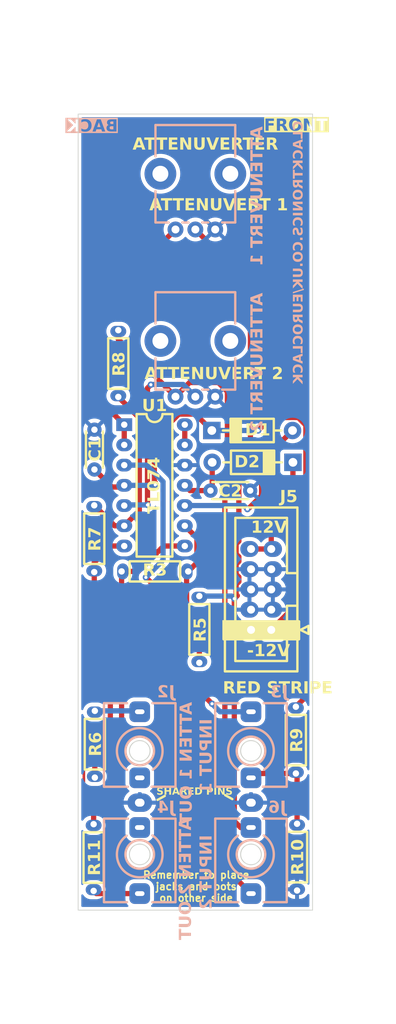
<source format=kicad_pcb>
(kicad_pcb (version 20240108) (generator "pcbnew") (generator_version "8.0")
  (layers (0 "F.Cu" signal) (31 "B.Cu" signal) (34 "B.Paste" user) (35 "F.Paste" user) (36 "B.SilkS" user "B.Silkscreen") (37 "F.SilkS" user "F.Silkscreen") (38 "B.Mask" user) (39 "F.Mask" user) (44 "Edge.Cuts" user))
  (net 0 "")
  (net 1 "+12V")
  (net 2 "Net-(D1-A)")
  (net 3 "Net-(D2-K)")
  (net 4 "-12V")
  (net 5 "GND")
  (net 7 "Net-(J2-PadT)")
  (net 8 "Net-(U1A-+)")
  (net 9 "Net-(J3-PadTN)")
  (net 10 "Net-(J4-PadT)")
  (net 12 "Net-(U1A--)")
  (net 13 "Net-(U1C--)")
  (net 14 "Net-(U1D--)")
  (net 15 "Net-(R11-Pad1)")
  (net 16 "Net-(U1B--)")
  (net 17 "Net-(U1C-+)")
  (net 18 "Net-(U1B-+)")
  (net 19 "Net-(R3-Pad2)")
  (net 20 "Net-(J6-PadT)")
  (footprint "BYOM_General:D_TH_DO-41_P10.16mm" (layer "F.Cu") (at 138.77 84.6)
    (property "Reference" "D1" (at 5.775 0 0) (layer "F.SilkS") (effects (font (size 1.5 1.5) (thickness 0.2) (bold yes))))
    (property "Value" "1N5817")
    (fp_line (start 1.4 0) (end 2.35 0) (stroke (width 0.3)) (layer "F.SilkS"))
    (fp_line (start 2.36 -1.47) (end 2.36 1.47) (stroke (width 0.3)) (layer "F.SilkS"))
    (fp_line (start 2.36 1.47) (end 7.8 1.47) (stroke (width 0.3)) (layer "F.SilkS"))
    (fp_line (start 7.8 -1.47) (end 2.36 -1.47) (stroke (width 0.3)) (layer "F.SilkS"))
    (fp_line (start 7.8 -1.47) (end 3.75 -1.5) (stroke (width 0.12)) (layer "F.SilkS"))
    (fp_line (start 7.8 0) (end 8.75 0) (stroke (width 0.3)) (layer "F.SilkS"))
    (fp_line (start 7.8 1.47) (end 7.8 -1.47) (stroke (width 0.3)) (layer "F.SilkS"))
    (fp_poly (pts (xy 2.36 -1.47) (xy 2.36 1.47) (xy 3.75 1.5) (xy 3.75 -1.5)) (stroke (width 0.1)) (fill solid) (layer "F.SilkS"))
    (pad "1" thru_hole rect (at 0 0) (size 2.2 2.2) (drill 1.1) (layers "*.Cu" "*.Mask") (net 1 "+12V"))
    (pad "2" thru_hole oval (at 10.16 0) (size 2.2 2.2) (drill 1.1) (layers "*.Cu" "*.Mask") (net 2 "Net-(D1-A)"))
  )
  (footprint "BYOM_General:IDC-Header_2x05_P2.54mm_Vertical" (layer "F.Cu") (at 146.25 109.645 180)
    (property "Reference" "J5" (at -2.2 16.67 180) (layer "F.SilkS") (effects (font (size 1.5 1.5) (thickness 0.2) (bold yes))))
    (property "Value" "Eurorack socket")
    (fp_line (start 5.83 15.37) (end -3.29 15.37) (stroke (width 0.3)) (layer "F.SilkS"))
    (fp_line (start 5.83 -5.21) (end 5.83 15.37) (stroke (width 0.3)) (layer "F.SilkS"))
    (fp_line (start 4.52 14.07) (end -1.98 14.07) (stroke (width 0.3)) (layer "F.SilkS"))
    (fp_line (start 4.52 -3.91) (end 4.52 14.07) (stroke (width 0.3)) (layer "F.SilkS"))
    (fp_line (start -1.98 14.07) (end -1.98 7.13) (stroke (width 0.3)) (layer "F.SilkS"))
    (fp_line (start -1.98 7.13) (end -1.98 7.13) (stroke (width 0.3)) (layer "F.SilkS"))
    (fp_line (start -1.98 7.13) (end -3.29 7.13) (stroke (width 0.3)) (layer "F.SilkS"))
    (fp_line (start -1.98 3.03) (end -1.98 -3.91) (stroke (width 0.3)) (layer "F.SilkS"))
    (fp_line (start -1.98 -3.91) (end 4.52 -3.91) (stroke (width 0.3)) (layer "F.SilkS"))
    (fp_line (start -3.29 15.37) (end -3.29 -5.21) (stroke (width 0.3)) (layer "F.SilkS"))
    (fp_line (start -3.29 3.03) (end -1.98 3.03) (stroke (width 0.3)) (layer "F.SilkS"))
    (fp_line (start -3.29 -5.21) (end 5.83 -5.21) (stroke (width 0.3)) (layer "F.SilkS"))
    (fp_line (start -3.68 0) (end -4.68 -0.5) (stroke (width 0.3)) (layer "F.SilkS"))
    (fp_line (start -4.68 0.5) (end -3.68 0) (stroke (width 0.3)) (layer "F.SilkS"))
    (fp_line (start -4.68 -0.5) (end -4.68 0.5) (stroke (width 0.3)) (layer "F.SilkS"))
    (pad "1" thru_hole roundrect (at 0 0 180) (size 2.3 2) (drill 1 (offset -0.2 0)) (layers "*.Cu" "*.Mask") (roundrect_rratio 0.125) (net 3 "Net-(D2-K)"))
    (pad "2" thru_hole oval (at 2.54 0 180) (size 2.3 2) (drill 1 (offset 0.2 0)) (layers "*.Cu" "*.Mask") (net 3 "Net-(D2-K)"))
    (pad "3" thru_hole oval (at 0 2.54 180) (size 2.3 2) (drill 1 (offset -0.2 0)) (layers "*.Cu" "*.Mask") (net 5 "GND"))
    (pad "4" thru_hole oval (at 2.54 2.54 180) (size 2.3 2) (drill 1 (offset 0.2 0)) (layers "*.Cu" "*.Mask") (net 5 "GND"))
    (pad "5" thru_hole oval (at 0 5.08 180) (size 2.3 2) (drill 1 (offset -0.2 0)) (layers "*.Cu" "*.Mask") (net 5 "GND"))
    (pad "6" thru_hole oval (at 2.54 5.08 180) (size 2.3 2) (drill 1 (offset 0.2 0)) (layers "*.Cu" "*.Mask") (net 5 "GND"))
    (pad "7" thru_hole oval (at 0 7.62 180) (size 2.3 2) (drill 1 (offset -0.2 0)) (layers "*.Cu" "*.Mask") (net 5 "GND"))
    (pad "8" thru_hole oval (at 2.54 7.62 180) (size 2.3 2) (drill 1 (offset 0.2 0)) (layers "*.Cu" "*.Mask") (net 5 "GND"))
    (pad "9" thru_hole oval (at 0 10.16 180) (size 2.3 2) (drill 1 (offset -0.2 0)) (layers "*.Cu" "*.Mask") (net 2 "Net-(D1-A)"))
    (pad "10" thru_hole oval (at 2.54 10.16 180) (size 2.3 2) (drill 1 (offset 0.2 0)) (layers "*.Cu" "*.Mask") (net 2 "Net-(D1-A)"))
  )
  (footprint "BYOM_General:R_Axial_DIN0204_L3.6mm_D1.6mm_P7.62mm_Horizontal" (layer "F.Cu") (at 127 72 -90)
    (property "Reference" "R8" (at 4.25 -0.15 90) (layer "F.SilkS") (effects (font (size 1.5 1.5) (thickness 0.2) (bold yes))))
    (property "Value" "100kΩ")
    (fp_line (start 1.016 1.27) (end 7.366 1.27) (stroke (width 0.3)) (layer "F.SilkS"))
    (fp_line (start 7.366 1.27) (end 7.366 -1.27) (stroke (width 0.3)) (layer "F.SilkS"))
    (fp_line (start 1.016 -1.27) (end 1.016 1.27) (stroke (width 0.3)) (layer "F.SilkS"))
    (fp_line (start 7.366 -1.27) (end 1.016 -1.27) (stroke (width 0.3)) (layer "F.SilkS"))
    (pad "1" thru_hole oval (at 0 0 270) (size 1.4 2) (drill 0.8 (offset 0.15 0)) (layers "*.Cu" "*.Mask") (net 20 "Net-(J6-PadT)"))
    (pad "2" thru_hole oval (at 8.382 0 90) (size 1.4 2) (drill 0.8 (offset 0.15 0)) (layers "*.Cu" "*.Mask") (net 16 "Net-(U1B--)"))
  )
  (footprint "BYOM_General:R_Axial_DIN0204_L3.6mm_D1.6mm_P7.62mm_Horizontal" (layer "F.Cu") (at 149.5 134 -90)
    (property "Reference" "R10" (at 4.191 -0.15 90) (layer "F.SilkS") (effects (font (size 1.5 1.5) (thickness 0.2) (bold yes))))
    (property "Value" "100kΩ")
    (fp_line (start 1.016 1.27) (end 7.366 1.27) (stroke (width 0.3)) (layer "F.SilkS"))
    (fp_line (start 7.366 1.27) (end 7.366 -1.27) (stroke (width 0.3)) (layer "F.SilkS"))
    (fp_line (start 1.016 -1.27) (end 1.016 1.27) (stroke (width 0.3)) (layer "F.SilkS"))
    (fp_line (start 7.366 -1.27) (end 1.016 -1.27) (stroke (width 0.3)) (layer "F.SilkS"))
    (pad "1" thru_hole oval (at 0 0 270) (size 1.4 2) (drill 0.8 (offset 0.15 0)) (layers "*.Cu" "*.Mask") (net 9 "Net-(J3-PadTN)"))
    (pad "2" thru_hole oval (at 8.382 0 90) (size 1.4 2) (drill 0.8 (offset 0.15 0)) (layers "*.Cu" "*.Mask") (net 5 "GND"))
  )
  (footprint "BYOM_General:R_Axial_DIN0204_L3.6mm_D1.6mm_P7.62mm_Horizontal" (layer "F.Cu") (at 135.8 102.3 180)
    (property "Reference" "R3" (at 4.191 0.1 180) (layer "F.SilkS") (effects (font (size 1.5 1.5) (thickness 0.2) (bold yes))))
    (property "Value" "100kΩ")
    (fp_line (start 7.366 1.27) (end 7.366 -1.27) (stroke (width 0.3)) (layer "F.SilkS"))
    (fp_line (start 7.366 -1.27) (end 1.016 -1.27) (stroke (width 0.3)) (layer "F.SilkS"))
    (fp_line (start 1.016 1.27) (end 7.366 1.27) (stroke (width 0.3)) (layer "F.SilkS"))
    (fp_line (start 1.016 -1.27) (end 1.016 1.27) (stroke (width 0.3)) (layer "F.SilkS"))
    (pad "1" thru_hole oval (at 0 0 180) (size 1.4 2) (drill 0.8 (offset 0.15 0)) (layers "*.Cu" "*.Mask") (net 13 "Net-(U1C--)"))
    (pad "2" thru_hole oval (at 8.382 0) (size 1.4 2) (drill 0.8 (offset 0.15 0)) (layers "*.Cu" "*.Mask") (net 19 "Net-(R3-Pad2)"))
  )
  (footprint "BYOM_General:DIP-14_W7.62mm_LongPads_copy" (layer "F.Cu") (at 127.75 83.87)
    (property "Reference" "U1" (at 3.81 -2.33 0) (layer "F.SilkS") (effects (font (size 1.5 1.5) (thickness 0.2) (bold yes))))
    (property "Value" "TL074")
    (fp_line (start 1.56 -1.33) (end 1.56 16.57) (stroke (width 0.3)) (layer "F.SilkS"))
    (fp_line (start 1.56 16.57) (end 6.06 16.57) (stroke (width 0.3)) (layer "F.SilkS"))
    (fp_line (start 2.81 -1.33) (end 1.56 -1.33) (stroke (width 0.3)) (layer "F.SilkS"))
    (fp_line (start 6.06 -1.33) (end 4.81 -1.33) (stroke (width 0.3)) (layer "F.SilkS"))
    (fp_line (start 6.06 16.57) (end 6.06 -1.33) (stroke (width 0.3)) (layer "F.SilkS"))
    (fp_arc (start 4.81 -1.33) (mid 3.81 -0.33) (end 2.81 -1.33) (stroke (width 0.3)) (layer "F.SilkS"))
    (pad "1" thru_hole rect (at 0 0) (size 2 1.6) (drill 0.8) (layers "*.Cu" "*.Mask") (net 12 "Net-(U1A--)"))
    (pad "2" thru_hole oval (at 0 2.54) (size 2 1.6) (drill 0.8) (layers "*.Cu" "*.Mask") (net 12 "Net-(U1A--)"))
    (pad "3" thru_hole oval (at 0 5.08) (size 2 1.6) (drill 0.8) (layers "*.Cu" "*.Mask") (net 8 "Net-(U1A-+)"))
    (pad "4" thru_hole oval (at 0 7.62) (size 2 1.6) (drill 0.8) (layers "*.Cu" "*.Mask") (net 1 "+12V"))
    (pad "5" thru_hole oval (at 0 10.16) (size 2 1.6) (drill 0.8) (layers "*.Cu" "*.Mask") (net 18 "Net-(U1B-+)"))
    (pad "6" thru_hole oval (at 0 12.7) (size 2 1.6) (drill 0.8) (layers "*.Cu" "*.Mask") (net 16 "Net-(U1B--)"))
    (pad "7" thru_hole oval (at 0 15.24) (size 2 1.6) (drill 0.8) (layers "*.Cu" "*.Mask") (net 15 "Net-(R11-Pad1)"))
    (pad "8" thru_hole oval (at 7.62 15.24) (size 2 1.6) (drill 0.8) (layers "*.Cu" "*.Mask") (net 19 "Net-(R3-Pad2)"))
    (pad "9" thru_hole oval (at 7.62 12.7) (size 2 1.6) (drill 0.8) (layers "*.Cu" "*.Mask") (net 13 "Net-(U1C--)"))
    (pad "10" thru_hole oval (at 7.62 10.16) (size 2 1.6) (drill 0.8) (layers "*.Cu" "*.Mask") (net 17 "Net-(U1C-+)"))
    (pad "11" thru_hole oval (at 7.62 7.62) (size 2 1.6) (drill 0.8) (layers "*.Cu" "*.Mask") (net 4 "-12V"))
    (pad "12" thru_hole oval (at 7.62 5.08) (size 2 1.6) (drill 0.8) (layers "*.Cu" "*.Mask") (net 5 "GND"))
    (pad "13" thru_hole oval (at 7.62 2.54) (size 2 1.6) (drill 0.8) (layers "*.Cu" "*.Mask") (net 14 "Net-(U1D--)"))
    (pad "14" thru_hole oval (at 7.62 0) (size 2 1.6) (drill 0.8) (layers "*.Cu" "*.Mask") (net 14 "Net-(U1D--)"))
  )
  (footprint "BYOM_General:R_Axial_DIN0204_L3.6mm_D1.6mm_P7.62mm_Horizontal" (layer "F.Cu") (at 137.2 105.4 -90)
    (property "Reference" "R5" (at 4.225 -0.175 90) (layer "F.SilkS") (effects (font (size 1.5 1.5) (thickness 0.2) (bold yes))))
    (property "Value" "100kΩ")
    (fp_line (start 1.016 1.27) (end 7.366 1.27) (stroke (width 0.3)) (layer "F.SilkS"))
    (fp_line (start 7.366 1.27) (end 7.366 -1.27) (stroke (width 0.3)) (layer "F.SilkS"))
    (fp_line (start 1.016 -1.27) (end 1.016 1.27) (stroke (width 0.3)) (layer "F.SilkS"))
    (fp_line (start 7.366 -1.27) (end 1.016 -1.27) (stroke (width 0.3)) (layer "F.SilkS"))
    (pad "1" thru_hole oval (at 0 0 270) (size 1.4 2) (drill 0.8 (offset 0.15 0)) (layers "*.Cu" "*.Mask") (net 12 "Net-(U1A--)"))
    (pad "2" thru_hole oval (at 8.382 0 90) (size 1.4 2) (drill 0.8 (offset 0.15 0)) (layers "*.Cu" "*.Mask") (net 13 "Net-(U1C--)"))
  )
  (footprint "BYOM_General:R_Axial_DIN0204_L3.6mm_D1.6mm_P7.62mm_Horizontal" (layer "F.Cu") (at 124.05 128.2 90)
    (property "Reference" "R6" (at 4.2 0.15 -90) (layer "F.SilkS") (effects (font (size 1.5 1.5) (thickness 0.2) (bold yes))))
    (property "Value" "1kΩ")
    (fp_line (start 7.366 -1.27) (end 1.016 -1.27) (stroke (width 0.3)) (layer "F.SilkS"))
    (fp_line (start 1.016 -1.27) (end 1.016 1.27) (stroke (width 0.3)) (layer "F.SilkS"))
    (fp_line (start 7.366 1.27) (end 7.366 -1.27) (stroke (width 0.3)) (layer "F.SilkS"))
    (fp_line (start 1.016 1.27) (end 7.366 1.27) (stroke (width 0.3)) (layer "F.SilkS"))
    (pad "1" thru_hole oval (at 0 0 90) (size 1.4 2) (drill 0.8 (offset 0.15 0)) (layers "*.Cu" "*.Mask") (net 19 "Net-(R3-Pad2)"))
    (pad "2" thru_hole oval (at 8.382 0 270) (size 1.4 2) (drill 0.8 (offset 0.15 0)) (layers "*.Cu" "*.Mask") (net 7 "Net-(J2-PadT)"))
  )
  (footprint "BYOM_General:C_TH_Disc_P5.00mm" (layer "F.Cu") (at 124 89.5 90)
    (property "Reference" "C1" (at 2.5 0.15 -90) (layer "F.SilkS") (effects (font (size 1.5 1.5) (thickness 0.2) (bold yes))))
    (property "Value" "100nF")
    (fp_line (start 4.77 -1.07) (end 4.77 -1.055) (stroke (width 0.12)) (layer "F.SilkS"))
    (fp_line (start 0.23 -1.07) (end 4.77 -1.07) (stroke (width 0.3)) (layer "F.SilkS"))
    (fp_line (start 0.23 -1.07) (end 0.23 -1.055) (stroke (width 0.12)) (layer "F.SilkS"))
    (fp_line (start 4.77 1.055) (end 4.77 1.07) (stroke (width 0.12)) (layer "F.SilkS"))
    (fp_line (start 0.23 1.055) (end 0.23 1.07) (stroke (width 0.12)) (layer "F.SilkS"))
    (fp_line (start 0.23 1.07) (end 4.77 1.07) (stroke (width 0.3)) (layer "F.SilkS"))
    (pad "1" thru_hole circle (at 0 0 90) (size 1.8 1.8) (drill 0.8) (layers "*.Cu" "*.Mask") (net 1 "+12V"))
    (pad "2" thru_hole circle (at 5 0 90) (size 1.8 1.8) (drill 0.8) (layers "*.Cu" "*.Mask") (net 5 "GND"))
  )
  (footprint "BYOM_General:R_Axial_DIN0204_L3.6mm_D1.6mm_P7.62mm_Horizontal" (layer "F.Cu") (at 123.975 94 -90)
    (property "Reference" "R7" (at 4.225 -0.15 -90) (layer "F.SilkS") (effects (font (size 1.5 1.5) (thickness 0.2) (bold yes))))
    (property "Value" "100kΩ")
    (fp_line (start 1.016 1.27) (end 7.366 1.27) (stroke (width 0.3)) (layer "F.SilkS"))
    (fp_line (start 7.366 1.27) (end 7.366 -1.27) (stroke (width 0.3)) (layer "F.SilkS"))
    (fp_line (start 1.016 -1.27) (end 1.016 1.27) (stroke (width 0.3)) (layer "F.SilkS"))
    (fp_line (start 7.366 -1.27) (end 1.016 -1.27) (stroke (width 0.3)) (layer "F.SilkS"))
    (pad "1" thru_hole oval (at 0 0 270) (size 1.4 2) (drill 0.8 (offset 0.15 0)) (layers "*.Cu" "*.Mask") (net 16 "Net-(U1B--)"))
    (pad "2" thru_hole oval (at 8.382 0 90) (size 1.4 2) (drill 0.8 (offset 0.15 0)) (layers "*.Cu" "*.Mask") (net 15 "Net-(R11-Pad1)"))
  )
  (footprint "BYOM_General:R_Axial_DIN0204_L3.6mm_D1.6mm_P7.62mm_Horizontal" (layer "F.Cu") (at 123.9 134.05 -90)
    (property "Reference" "R11" (at 4.2 -0.175 90) (layer "F.SilkS") (effects (font (size 1.5 1.5) (thickness 0.2) (bold yes))))
    (property "Value" "1kΩ")
    (fp_line (start 1.016 1.27) (end 7.366 1.27) (stroke (width 0.3)) (layer "F.SilkS"))
    (fp_line (start 7.366 1.27) (end 7.366 -1.27) (stroke (width 0.3)) (layer "F.SilkS"))
    (fp_line (start 1.016 -1.27) (end 1.016 1.27) (stroke (width 0.3)) (layer "F.SilkS"))
    (fp_line (start 7.366 -1.27) (end 1.016 -1.27) (stroke (width 0.3)) (layer "F.SilkS"))
    (pad "1" thru_hole oval (at 0 0 270) (size 1.4 2) (drill 0.8 (offset 0.15 0)) (layers "*.Cu" "*.Mask") (net 15 "Net-(R11-Pad1)"))
    (pad "2" thru_hole oval (at 8.382 0 90) (size 1.4 2) (drill 0.8 (offset 0.15 0)) (layers "*.Cu" "*.Mask") (net 10 "Net-(J4-PadT)"))
  )
  (footprint "BYOM_General:R_Axial_DIN0204_L3.6mm_D1.6mm_P7.62mm_Horizontal" (layer "F.Cu") (at 149.35 119.3 -90)
    (property "Reference" "R9" (at 4.2 -0.175 90) (layer "F.SilkS") (effects (font (size 1.5 1.5) (thickness 0.2) (bold yes))))
    (property "Value" "100kΩ")
    (fp_line (start 1.016 1.27) (end 7.366 1.27) (stroke (width 0.3)) (layer "F.SilkS"))
    (fp_line (start 7.366 1.27) (end 7.366 -1.27) (stroke (width 0.3)) (layer "F.SilkS"))
    (fp_line (start 1.016 -1.27) (end 1.016 1.27) (stroke (width 0.3)) (layer "F.SilkS"))
    (fp_line (start 7.366 -1.27) (end 1.016 -1.27) (stroke (width 0.3)) (layer "F.SilkS"))
    (pad "1" thru_hole oval (at 0 0 270) (size 1.4 2) (drill 0.8 (offset 0.15 0)) (layers "*.Cu" "*.Mask") (net 1 "+12V"))
    (pad "2" thru_hole oval (at 8.382 0 90) (size 1.4 2) (drill 0.8 (offset 0.15 0)) (layers "*.Cu" "*.Mask") (net 9 "Net-(J3-PadTN)"))
  )
  (footprint "BYOM_General:D_TH_DO-41_P10.16mm" (layer "F.Cu") (at 148.98 88.6 180)
    (property "Reference" "D2" (at 5.775 0 180) (layer "F.SilkS") (effects (font (size 1.5 1.5) (thickness 0.2) (bold yes))))
    (property "Value" "1N5817")
    (fp_line (start 7.8 1.47) (end 7.8 -1.47) (stroke (width 0.3)) (layer "F.SilkS"))
    (fp_line (start 7.8 0) (end 8.75 0) (stroke (width 0.3)) (layer "F.SilkS"))
    (fp_line (start 7.8 -1.47) (end 3.75 -1.5) (stroke (width 0.12)) (layer "F.SilkS"))
    (fp_line (start 7.8 -1.47) (end 2.36 -1.47) (stroke (width 0.3)) (layer "F.SilkS"))
    (fp_line (start 2.36 1.47) (end 7.8 1.47) (stroke (width 0.3)) (layer "F.SilkS"))
    (fp_line (start 2.36 -1.47) (end 2.36 1.47) (stroke (width 0.3)) (layer "F.SilkS"))
    (fp_line (start 1.4 0) (end 2.35 0) (stroke (width 0.3)) (layer "F.SilkS"))
    (fp_poly (pts (xy 2.36 -1.47) (xy 2.36 1.47) (xy 3.75 1.5) (xy 3.75 -1.5)) (stroke (width 0.1)) (fill solid) (layer "F.SilkS"))
    (pad "1" thru_hole rect (at 0 0 180) (size 2.2 2.2) (drill 1.1) (layers "*.Cu" "*.Mask") (net 3 "Net-(D2-K)"))
    (pad "2" thru_hole oval (at 10.16 0 180) (size 2.2 2.2) (drill 1.1) (layers "*.Cu" "*.Mask") (net 4 "-12V"))
  )
  (footprint "BYOM_General:C_TH_Disc_P5.00mm" (layer "F.Cu") (at 143.6 92.15 180)
    (property "Reference" "C2" (at 2.5 -0.125 180) (layer "F.SilkS") (effects (font (size 1.5 1.5) (thickness 0.2) (bold yes))))
    (property "Value" "100nF")
    (fp_line (start 4.77 1.055) (end 4.77 1.07) (stroke (width 0.12)) (layer "F.SilkS"))
    (fp_line (start 4.77 -1.07) (end 4.77 -1.055) (stroke (width 0.12)) (layer "F.SilkS"))
    (fp_line (start 0.23 1.07) (end 4.77 1.07) (stroke (width 0.3)) (layer "F.SilkS"))
    (fp_line (start 0.23 1.055) (end 0.23 1.07) (stroke (width 0.12)) (layer "F.SilkS"))
    (fp_line (start 0.23 -1.07) (end 4.77 -1.07) (stroke (width 0.3)) (layer "F.SilkS"))
    (fp_line (start 0.23 -1.07) (end 0.23 -1.055) (stroke (width 0.12)) (layer "F.SilkS"))
    (pad "1" thru_hole circle (at 0 0 180) (size 1.8 1.8) (drill 0.8) (layers "*.Cu" "*.Mask") (net 5 "GND"))
    (pad "2" thru_hole circle (at 5 0 180) (size 1.8 1.8) (drill 0.8) (layers "*.Cu" "*.Mask") (net 4 "-12V"))
  )
  (footprint "BYOM_General:Jack_3.5mm_QingPu_WQP-PJ398SM_Vertical" (layer "B.Cu") (at 143.7 124.85 180)
    (property "Reference" "J3" (at -3.55 7.35 180) (layer "B.SilkS") (effects (font (size 1.5 1.5) (thickness 0.2) (bold yes)) (justify mirror)))
    (property "Value" "Input 1")
    (fp_line (start 4.5 6) (end 4.5 -4.5) (stroke (width 0.3)) (layer "B.SilkS"))
    (fp_line (start 4.5 6) (end 1.6 6) (stroke (width 0.3)) (layer "B.SilkS"))
    (fp_line (start 4.5 -4.5) (end 1.5 -4.5) (stroke (width 0.3)) (layer "B.SilkS"))
    (fp_line (start -1.5 -4.5) (end -4.5 -4.5) (stroke (width 0.3)) (layer "B.SilkS"))
    (fp_line (start -1.6 6) (end -4.5 6) (stroke (width 0.3)) (layer "B.SilkS"))
    (fp_line (start -4.5 6) (end -4.5 -4.5) (stroke (width 0.3)) (layer "B.SilkS"))
    (fp_arc (start 1.603971 -2.381653) (mid 0.027931 2.871274) (end -1.65 -2.349999) (stroke (width 0.3)) (layer "B.SilkS"))
    (fp_circle (center 0 0) (end -1.8 0) (stroke (width 0.3)) (fill none) (layer "B.SilkS"))
    (fp_circle (center 0 0) (end 1.3 0) (stroke (width 0.12)) (fill none) (layer "Edge.Cuts"))
    (pad "S" thru_hole oval (at 0 -6.5 180) (size 3.1 2.3) (drill oval 1.2 1) (layers "*.Cu" "*.Mask") (net 5 "GND"))
    (pad "T" thru_hole roundrect (at 0 4.92 180) (size 2.6 2.6) (drill oval 1.2 0.6) (layers "*.Cu" "*.Mask") (net 8 "Net-(U1A-+)"))
    (pad "TN" thru_hole roundrect (at 0 -3.38 180) (size 2.6 2.6) (drill oval 1.2 0.6) (layers "*.Cu" "*.Mask") (net 9 "Net-(J3-PadTN)"))
    (zone (net 0) (net_name "") (layers "B.Cu" "B.SilkS") (connect_pads (clearance 0)) (min_thickness 0.25)
      (keepout (tracks not_allowed) (vias not_allowed) (pads not_allowed) (copperpour not_allowed) (footprints not_allowed))
      (fill (thermal_gap 0.5) (thermal_bridge_width 0.5))
      (polygon (pts (xy 142.2 124.85) (xy 142.220458 124.603108) (xy 142.281274 124.362951) (xy 142.380789 124.136079) (xy 142.516289 123.928681) (xy 142.684078 123.746414) (xy 142.879578 123.59425) (xy 143.097457 123.47634) (xy 143.331772 123.3959) (xy 143.576131 123.355123) (xy 143.823869 123.355123) (xy 144.068228 123.3959) (xy 144.302543 123.47634) (xy 144.520422 123.59425) (xy 144.715922 123.746414) (xy 144.883711 123.928681) (xy 145.019211 124.136079) (xy 145.118726 124.362951) (xy 145.179542 124.603108) (xy 145.2 124.85) (xy 145.179542 125.096892) (xy 145.118726 125.337049) (xy 145.019211 125.563921) (xy 144.883711 125.771319) (xy 144.715922 125.953586) (xy 144.520422 126.10575) (xy 144.302543 126.22366) (xy 144.068228 126.3041) (xy 143.823869 126.344877) (xy 143.576131 126.344877) (xy 143.331772 126.3041) (xy 143.097457 126.22366) (xy 142.879578 126.10575) (xy 142.684078 125.953586) (xy 142.516289 125.771319) (xy 142.380789 125.563921) (xy 142.281274 125.337049) (xy 142.220458 125.096892)))
    )
  )
  (footprint "BYOM_General:Jack_3.5mm_QingPu_WQP-PJ398SM_Vertical" (layer "B.Cu") (at 129.7 137.85)
    (property "Reference" "J4" (at 3.3 -5.85 0) (layer "B.SilkS") (effects (font (size 1.5 1.5) (thickness 0.2) (bold yes)) (justify mirror)))
    (property "Value" "Attenuvert 2")
    (fp_line (start -4.5 6) (end -4.5 -4.5) (stroke (width 0.3)) (layer "B.SilkS"))
    (fp_line (start -1.6 6) (end -4.5 6) (stroke (width 0.3)) (layer "B.SilkS"))
    (fp_line (start -1.5 -4.5) (end -4.5 -4.5) (stroke (width 0.3)) (layer "B.SilkS"))
    (fp_line (start 4.5 -4.5) (end 1.5 -4.5) (stroke (width 0.3)) (layer "B.SilkS"))
    (fp_line (start 4.5 6) (end 1.6 6) (stroke (width 0.3)) (layer "B.SilkS"))
    (fp_line (start 4.5 6) (end 4.5 -4.5) (stroke (width 0.3)) (layer "B.SilkS"))
    (fp_arc (start 1.603971 -2.381653) (mid 0.027931 2.871274) (end -1.65 -2.349999) (stroke (width 0.3)) (layer "B.SilkS"))
    (fp_circle (center 0 0) (end -1.8 0) (stroke (width 0.3)) (fill none) (layer "B.SilkS"))
    (fp_circle (center 0 0) (end 1.3 0) (stroke (width 0.12)) (fill none) (layer "Edge.Cuts"))
    (pad "S" thru_hole oval (at 0 -6.5) (size 3.1 2.3) (drill oval 1.2 1) (layers "*.Cu" "*.Mask") (net 5 "GND"))
    (pad "T" thru_hole roundrect (at 0 4.92) (size 2.6 2.6) (drill oval 1.2 0.6) (layers "*.Cu" "*.Mask") (net 10 "Net-(J4-PadT)"))
    (pad "TN" thru_hole roundrect (at 0 -3.38) (size 2.6 2.6) (drill oval 1.2 0.6) (layers "*.Cu" "*.Mask"))
    (zone (net 0) (net_name "") (layers "B.Cu" "B.SilkS") (connect_pads (clearance 0)) (min_thickness 0.25)
      (keepout (tracks not_allowed) (vias not_allowed) (pads not_allowed) (copperpour not_allowed) (footprints not_allowed))
      (fill (thermal_gap 0.5) (thermal_bridge_width 0.5))
      (polygon (pts (xy 131.2 137.85) (xy 131.179542 138.096892) (xy 131.118726 138.337049) (xy 131.019211 138.563921) (xy 130.883711 138.771319) (xy 130.715922 138.953586) (xy 130.520422 139.10575) (xy 130.302543 139.22366) (xy 130.068228 139.3041) (xy 129.823869 139.344877) (xy 129.576131 139.344877) (xy 129.331772 139.3041) (xy 129.097457 139.22366) (xy 128.879578 139.10575) (xy 128.684078 138.953586) (xy 128.516289 138.771319) (xy 128.380789 138.563921) (xy 128.281274 138.337049) (xy 128.220458 138.096892) (xy 128.2 137.85) (xy 128.220458 137.603108) (xy 128.281274 137.362951) (xy 128.380789 137.136079) (xy 128.516289 136.928681) (xy 128.684078 136.746414) (xy 128.879578 136.59425) (xy 129.097457 136.47634) (xy 129.331772 136.3959) (xy 129.576131 136.355123) (xy 129.823869 136.355123) (xy 130.068228 136.3959) (xy 130.302543 136.47634) (xy 130.520422 136.59425) (xy 130.715922 136.746414) (xy 130.883711 136.928681) (xy 131.019211 137.136079) (xy 131.118726 137.362951) (xy 131.179542 137.603108)))
    )
  )
  (footprint "BYOM_General:Jack_3.5mm_QingPu_WQP-PJ398SM_Vertical" (layer "B.Cu") (at 143.7 137.85)
    (property "Reference" "J6" (at 3.3 -5.85 0) (layer "B.SilkS") (effects (font (size 1.5 1.5) (thickness 0.2) (bold yes)) (justify mirror)))
    (property "Value" "Input 2")
    (fp_line (start -4.5 6) (end -4.5 -4.5) (stroke (width 0.3)) (layer "B.SilkS"))
    (fp_line (start -1.6 6) (end -4.5 6) (stroke (width 0.3)) (layer "B.SilkS"))
    (fp_line (start -1.5 -4.5) (end -4.5 -4.5) (stroke (width 0.3)) (layer "B.SilkS"))
    (fp_line (start 4.5 -4.5) (end 1.5 -4.5) (stroke (width 0.3)) (layer "B.SilkS"))
    (fp_line (start 4.5 6) (end 1.6 6) (stroke (width 0.3)) (layer "B.SilkS"))
    (fp_line (start 4.5 6) (end 4.5 -4.5) (stroke (width 0.3)) (layer "B.SilkS"))
    (fp_arc (start 1.603971 -2.381653) (mid 0.027931 2.871274) (end -1.65 -2.349999) (stroke (width 0.3)) (layer "B.SilkS"))
    (fp_circle (center 0 0) (end -1.8 0) (stroke (width 0.3)) (fill none) (layer "B.SilkS"))
    (fp_circle (center 0 0) (end 1.3 0) (stroke (width 0.12)) (fill none) (layer "Edge.Cuts"))
    (pad "S" thru_hole oval (at 0 -6.5) (size 3.1 2.3) (drill oval 1.2 1) (layers "*.Cu" "*.Mask") (net 5 "GND"))
    (pad "T" thru_hole roundrect (at 0 4.92) (size 2.6 2.6) (drill oval 1.2 0.6) (layers "*.Cu" "*.Mask") (net 20 "Net-(J6-PadT)"))
    (pad "TN" thru_hole roundrect (at 0 -3.38) (size 2.6 2.6) (drill oval 1.2 0.6) (layers "*.Cu" "*.Mask") (net 12 "Net-(U1A--)"))
    (zone (net 0) (net_name "") (layers "B.Cu" "B.SilkS") (connect_pads (clearance 0)) (min_thickness 0.25)
      (keepout (tracks not_allowed) (vias not_allowed) (pads not_allowed) (copperpour not_allowed) (footprints not_allowed))
      (fill (thermal_gap 0.5) (thermal_bridge_width 0.5))
      (polygon (pts (xy 145.2 137.85) (xy 145.179542 138.096892) (xy 145.118726 138.337049) (xy 145.019211 138.563921) (xy 144.883711 138.771319) (xy 144.715922 138.953586) (xy 144.520422 139.10575) (xy 144.302543 139.22366) (xy 144.068228 139.3041) (xy 143.823869 139.344877) (xy 143.576131 139.344877) (xy 143.331772 139.3041) (xy 143.097457 139.22366) (xy 142.879578 139.10575) (xy 142.684078 138.953586) (xy 142.516289 138.771319) (xy 142.380789 138.563921) (xy 142.281274 138.337049) (xy 142.220458 138.096892) (xy 142.2 137.85) (xy 142.220458 137.603108) (xy 142.281274 137.362951) (xy 142.380789 137.136079) (xy 142.516289 136.928681) (xy 142.684078 136.746414) (xy 142.879578 136.59425) (xy 143.097457 136.47634) (xy 143.331772 136.3959) (xy 143.576131 136.355123) (xy 143.823869 136.355123) (xy 144.068228 136.3959) (xy 144.302543 136.47634) (xy 144.520422 136.59425) (xy 144.715922 136.746414) (xy 144.883711 136.928681) (xy 145.019211 137.136079) (xy 145.118726 137.362951) (xy 145.179542 137.603108)))
    )
  )
  (footprint "BYOM_General:Jack_3.5mm_QingPu_WQP-PJ398SM_Vertical" (layer "B.Cu") (at 129.7 124.85 180)
    (property "Reference" "J2" (at -3.3 7.35 180) (layer "B.SilkS") (effects (font (size 1.5 1.5) (thickness 0.2) (bold yes)) (justify mirror)))
    (property "Value" "Attenuvert 1")
    (fp_line (start 4.5 6) (end 4.5 -4.5) (stroke (width 0.3)) (layer "B.SilkS"))
    (fp_line (start 4.5 6) (end 1.6 6) (stroke (width 0.3)) (layer "B.SilkS"))
    (fp_line (start 4.5 -4.5) (end 1.5 -4.5) (stroke (width 0.3)) (layer "B.SilkS"))
    (fp_line (start -1.5 -4.5) (end -4.5 -4.5) (stroke (width 0.3)) (layer "B.SilkS"))
    (fp_line (start -1.6 6) (end -4.5 6) (stroke (width 0.3)) (layer "B.SilkS"))
    (fp_line (start -4.5 6) (end -4.5 -4.5) (stroke (width 0.3)) (layer "B.SilkS"))
    (fp_arc (start 1.603971 -2.381653) (mid 0.027931 2.871274) (end -1.65 -2.349999) (stroke (width 0.3)) (layer "B.SilkS"))
    (fp_circle (center 0 0) (end -1.8 0) (stroke (width 0.3)) (fill none) (layer "B.SilkS"))
    (fp_circle (center 0 0) (end 1.3 0) (stroke (width 0.12)) (fill none) (layer "Edge.Cuts"))
    (pad "S" thru_hole oval (at 0 -6.5 180) (size 3.1 2.3) (drill oval 1.2 1) (layers "*.Cu" "*.Mask") (net 5 "GND"))
    (pad "T" thru_hole roundrect (at 0 4.92 180) (size 2.6 2.6) (drill oval 1.2 0.6) (layers "*.Cu" "*.Mask") (net 7 "Net-(J2-PadT)"))
    (pad "TN" thru_hole roundrect (at 0 -3.38 180) (size 2.6 2.6) (drill oval 1.2 0.6) (layers "*.Cu" "*.Mask"))
    (zone (net 0) (net_name "") (layers "B.Cu" "B.SilkS") (connect_pads (clearance 0)) (min_thickness 0.25)
      (keepout (tracks not_allowed) (vias not_allowed) (pads not_allowed) (copperpour not_allowed) (footprints not_allowed))
      (fill (thermal_gap 0.5) (thermal_bridge_width 0.5))
      (polygon (pts (xy 128.2 124.85) (xy 128.220458 124.603108) (xy 128.281274 124.362951) (xy 128.380789 124.136079) (xy 128.516289 123.928681) (xy 128.684078 123.746414) (xy 128.879578 123.59425) (xy 129.097457 123.47634) (xy 129.331772 123.3959) (xy 129.576131 123.355123) (xy 129.823869 123.355123) (xy 130.068228 123.3959) (xy 130.302543 123.47634) (xy 130.520422 123.59425) (xy 130.715922 123.746414) (xy 130.883711 123.928681) (xy 131.019211 124.136079) (xy 131.118726 124.362951) (xy 131.179542 124.603108) (xy 131.2 124.85) (xy 131.179542 125.096892) (xy 131.118726 125.337049) (xy 131.019211 125.563921) (xy 130.883711 125.771319) (xy 130.715922 125.953586) (xy 130.520422 126.10575) (xy 130.302543 126.22366) (xy 130.068228 126.3041) (xy 129.823869 126.344877) (xy 129.576131 126.344877) (xy 129.331772 126.3041) (xy 129.097457 126.22366) (xy 128.879578 126.10575) (xy 128.684078 125.953586) (xy 128.516289 125.771319) (xy 128.380789 125.563921) (xy 128.281274 125.337049) (xy 128.220458 125.096892)))
    )
  )
  (footprint "BYOM_General:POT_TH_Alps_RK09K_Single_Vertical" (layer "B.Cu") (at 136.7 51.85 180)
    (property "Reference" "RV1" (hide yes))
    (property "Value" "100kΩ")
    (fp_line (start 5.02 5.62) (end 5.02 1.684) (stroke (width 0.3)) (layer "B.SilkS"))
    (fp_line (start 5.02 5.62) (end -5.021 5.62) (stroke (width 0.3)) (layer "B.SilkS"))
    (fp_line (start 5.02 -2.683) (end 5.02 -6.62) (stroke (width 0.3)) (layer "B.SilkS"))
    (fp_line (start 5.02 -6.62) (end 3.37 -6.62) (stroke (width 0.3)) (layer "B.SilkS"))
    (fp_line (start 1.63 -6.62) (end 0.871 -6.62) (stroke (width 0.3)) (layer "B.SilkS"))
    (fp_line (start -0.87 -6.62) (end -1.629 -6.62) (stroke (width 0.3)) (layer "B.SilkS"))
    (fp_line (start -3.371 -6.62) (end -5.021 -6.62) (stroke (width 0.3)) (layer "B.SilkS"))
    (fp_line (start -5.021 5.62) (end -5.021 1.684) (stroke (width 0.3)) (layer "B.SilkS"))
    (fp_line (start -5.021 -2.683) (end -5.021 -6.62) (stroke (width 0.3)) (layer "B.SilkS"))
    (pad "" thru_hole circle (at -4.4 -0.5 90) (size 4 4) (drill 2) (layers "*.Cu" "*.Mask"))
    (pad "" thru_hole circle (at 4.4 -0.5 90) (size 4 4) (drill 2) (layers "*.Cu" "*.Mask"))
    (pad "1" thru_hole circle (at 2.5 -7.5 90) (size 2 2) (drill 1) (layers "*.Cu" "*.Mask") (net 12 "Net-(U1A--)"))
    (pad "2" thru_hole circle (at 0 -7.5 180) (size 2 2) (drill 1) (layers "*.Cu" "*.Mask") (net 17 "Net-(U1C-+)"))
    (pad "3" thru_hole circle (at -2.5 -7.5 90) (size 2 2) (drill 1) (layers "*.Cu" "*.Mask") (net 5 "GND"))
  )
  (footprint "BYOM_General:POT_TH_Alps_RK09K_Single_Vertical" (layer "B.Cu") (at 136.7 72.85 180)
    (property "Reference" "RV2" (hide yes))
    (property "Value" "100kΩ")
    (fp_line (start 5.02 5.62) (end 5.02 1.684) (stroke (width 0.3)) (layer "B.SilkS"))
    (fp_line (start 5.02 5.62) (end -5.021 5.62) (stroke (width 0.3)) (layer "B.SilkS"))
    (fp_line (start 5.02 -2.683) (end 5.02 -6.62) (stroke (width 0.3)) (layer "B.SilkS"))
    (fp_line (start 5.02 -6.62) (end 3.37 -6.62) (stroke (width 0.3)) (layer "B.SilkS"))
    (fp_line (start 1.63 -6.62) (end 0.871 -6.62) (stroke (width 0.3)) (layer "B.SilkS"))
    (fp_line (start -0.87 -6.62) (end -1.629 -6.62) (stroke (width 0.3)) (layer "B.SilkS"))
    (fp_line (start -3.371 -6.62) (end -5.021 -6.62) (stroke (width 0.3)) (layer "B.SilkS"))
    (fp_line (start -5.021 5.62) (end -5.021 1.684) (stroke (width 0.3)) (layer "B.SilkS"))
    (fp_line (start -5.021 -2.683) (end -5.021 -6.62) (stroke (width 0.3)) (layer "B.SilkS"))
    (pad "" thru_hole circle (at -4.4 -0.5 90) (size 4 4) (drill 2) (layers "*.Cu" "*.Mask"))
    (pad "" thru_hole circle (at 4.4 -0.5 90) (size 4 4) (drill 2) (layers "*.Cu" "*.Mask"))
    (pad "1" thru_hole circle (at 2.5 -7.5 90) (size 2 2) (drill 1) (layers "*.Cu" "*.Mask") (net 20 "Net-(J6-PadT)"))
    (pad "2" thru_hole circle (at 0 -7.5 180) (size 2 2) (drill 1) (layers "*.Cu" "*.Mask") (net 18 "Net-(U1B-+)"))
    (pad "3" thru_hole circle (at -2.5 -7.5 90) (size 2 2) (drill 1) (layers "*.Cu" "*.Mask") (net 5 "GND"))
  )
  (gr_rect (start 140.25 108.575) (end 149.75 110.825) (stroke (width 0.3)) (fill solid) (layer "F.SilkS"))
  (gr_line (start 140.45 130.4) (end 141.35 130.9) (stroke (width 0.3)) (layer "F.SilkS"))
  (gr_line (start 132.85 130.5) (end 131.95 131) (stroke (width 0.3)) (layer "F.SilkS"))
  (gr_line (start 151.45 44.85) (end 121.95 44.85) (stroke (width 0.1)) (layer "Edge.Cuts"))
  (gr_line (start 121.95 144.85) (end 151.45 144.85) (stroke (width 0.1)) (layer "Edge.Cuts"))
  (gr_line (start 121.95 44.85) (end 121.95 144.85) (stroke (width 0.1)) (layer "Edge.Cuts"))
  (gr_line (start 151.45 144.85) (end 151.45 44.85) (stroke (width 0.1)) (layer "Edge.Cuts"))
  (gr_text "ATTENUVERT 2" (at 145.4 67.3 90) (layer "B.SilkS") (effects (font (size 1.5 1.5) (thickness 0.15) (bold yes)) (justify left bottom mirror)))
  (gr_text "CLACKTRONICS.CO.UK/EUROCLACK" (at 150.4 45.7 90) (layer "B.SilkS") (effects (font (size 1.2 1.2)) (justify left bottom mirror)))
  (gr_text "ATTEN 2 OUT" (at 136.4 133.2 90) (layer "B.SilkS") (effects (font (size 1.5 1.5) (thickness 0.15) (bold yes)) (justify left bottom mirror)))
  (gr_text "ATTENUVERT 1" (at 145.4 46.4 90) (layer "B.SilkS") (effects (font (size 1.5 1.5) (thickness 0.15) (bold yes)) (justify left bottom mirror)))
  (gr_text "ATTEN 1 OUT" (at 136.5 118.7 90) (layer "B.SilkS") (effects (font (size 1.5 1.5) (thickness 0.15) (bold yes)) (justify left bottom mirror)))
  (gr_text " BACK " (at 127.7 47.3 0) (layer "B.SilkS" knockout) (effects (font (size 1.5 1.5) (thickness 0.2) (bold yes)) (justify left bottom mirror)))
  (gr_text "INPUT 2" (at 139 135.4 90) (layer "B.SilkS") (effects (font (size 1.5 1.5) (thickness 0.15) (bold yes)) (justify left bottom mirror)))
  (gr_text "INPUT 1" (at 139 120.8 90) (layer "B.SilkS") (effects (font (size 1.5 1.5) (thickness 0.15) (bold yes)) (justify left bottom mirror)))
  (gr_text "ATTENUVERTER" (at 128.8 49.575 0) (layer "F.SilkS") (effects (font (size 1.5 1.5)) (justify left bottom)))
  (gr_text "TL074" (at 131.56 91.495 90) (layer "F.SilkS") (effects (font (size 1.5 1.5) (thickness 0.3) (bold yes))))
  (gr_text "ATTENUVERT 1" (at 130.9 57.2 0) (layer "F.SilkS") (effects (font (size 1.5 1.5) (thickness 0.3) (bold yes)) (justify left bottom)))
  (gr_text "Remember to place\njacks and pots\non other side" (at 136.8 143.85 0) (layer "F.SilkS") (effects (font (size 0.9 0.9) (thickness 0.2) (bold yes)) (justify bottom)))
  (gr_text "ATTENUVERT 2" (at 130.3 78.4 0) (layer "F.SilkS") (effects (font (size 1.5 1.5) (thickness 0.3) (bold yes)) (justify left bottom)))
  (gr_text "RED STRIPE" (at 140.15 117.875 0) (layer "F.SilkS") (effects (font (size 1.5 1.5)) (justify left bottom)))
  (gr_text " FRONT " (at 144.6 47.2 0) (layer "F.SilkS" knockout) (effects (font (size 1.5 1.5) (thickness 0.2) (bold yes)) (justify left bottom)))
  (gr_text "12V" (at 143.7 97.7 0) (layer "F.SilkS") (effects (font (size 1.5 1.5)) (justify left bottom)))
  (gr_text "SHARED PINS" (at 136.6 130.5 0) (layer "F.SilkS") (effects (font (size 0.9 0.9) (thickness 0.2) (bold yes)) (justify bottom)))
  (gr_text "-12V\n" (at 143.2 113.2 0) (layer "F.SilkS") (effects (font (size 1.5 1.5)) (justify left bottom)))
  (segment (start 149.645 82.97) (end 146.24 82.97) (width 0.66) (layer "F.Cu") (net 1))
  (segment (start 150.61 118.04) (end 150.61 83.935) (width 0.66) (layer "F.Cu") (net 1))
  (segment (start 138.77 84.6) (end 136.71 82.54) (width 0.66) (layer "F.Cu") (net 1))
  (segment (start 134.619096 82.54) (end 131.535 85.624096) (width 0.66) (layer "F.Cu") (net 1))
  (segment (start 136.71 82.54) (end 134.619096 82.54) (width 0.66) (layer "F.Cu") (net 1))
  (segment (start 131.655 91.126224) (end 131.655 91.430829) (width 0.66) (layer "F.Cu") (net 1))
  (segment (start 126.2 91.7) (end 127.54 91.7) (width 0.66) (layer "F.Cu") (net 1))
  (segment (start 124 89.5) (end 126.2 91.7) (width 0.66) (layer "F.Cu") (net 1))
  (segment (start 146.24 82.97) (end 144.61 84.6) (width 0.66) (layer "F.Cu") (net 1))
  (segment (start 149.35 119.3) (end 150.61 118.04) (width 0.66) (layer "F.Cu") (net 1))
  (segment (start 150.61 83.935) (end 149.645 82.97) (width 0.66) (layer "F.Cu") (net 1))
  (segment (start 131.535 91.006224) (end 131.655 91.126224) (width 0.66) (layer "F.Cu") (net 1))
  (segment (start 131.535 85.624096) (end 131.535 91.006224) (width 0.66) (layer "F.Cu") (net 1))
  (segment (start 127.54 91.7) (end 127.75 91.49) (width 0.66) (layer "F.Cu") (net 1))
  (via (at 144.61 84.6) (size 0.8) (drill 0.4) (layers "F.Cu" "B.Cu") (net 1))
  (via (at 131.655 91.430829) (size 0.8) (drill 0.4) (layers "F.Cu" "B.Cu") (net 1))
  (segment (start 138.77 84.6) (end 144.61 84.6) (width 0.66) (layer "B.Cu") (net 1))
  (segment (start 131.595829 91.49) (end 131.655 91.430829) (width 0.66) (layer "B.Cu") (net 1))
  (segment (start 127.75 91.49) (end 131.595829 91.49) (width 0.66) (layer "B.Cu") (net 1))
  (segment (start 146.25 87.28) (end 148.93 84.6) (width 0.66) (layer "F.Cu") (net 2))
  (segment (start 146.25 99.485) (end 146.25 87.28) (width 0.66) (layer "F.Cu") (net 2))
  (segment (start 143.71 99.485) (end 146.25 99.485) (width 0.66) (layer "F.Cu") (net 2))
  (segment (start 146.25 109.645) (end 148.98 106.915) (width 0.66) (layer "F.Cu") (net 3))
  (segment (start 143.71 109.645) (end 146.25 109.645) (width 0.66) (layer "F.Cu") (net 3))
  (segment (start 148.98 106.915) (end 148.98 88.6) (width 0.66) (layer "F.Cu") (net 3))
  (segment (start 138.6 92.15) (end 136.03 92.15) (width 0.66) (layer "F.Cu") (net 4))
  (segment (start 138.82 88.6) (end 138.82 91.93) (width 0.66) (layer "F.Cu") (net 4))
  (segment (start 138.82 91.93) (end 138.6 92.15) (width 0.66) (layer "F.Cu") (net 4))
  (segment (start 136.03 92.15) (end 135.37 91.49) (width 0.66) (layer "F.Cu") (net 4))
  (segment (start 129.588 119.818) (end 129.7 119.93) (width 0.66) (layer "B.Cu") (net 7))
  (segment (start 123.85 119.818) (end 129.588 119.818) (width 0.66) (layer "B.Cu") (net 7))
  (segment (start 138.8 118.925) (end 134.42 114.545) (width 0.66) (layer "F.Cu") (net 8))
  (segment (start 134.42 114.545) (end 134.42 106.995) (width 0.66) (layer "F.Cu") (net 8))
  (segment (start 134.42 106.995) (end 130.475 103.05) (width 0.66) (layer "F.Cu") (net 8))
  (via (at 138.8 118.925) (size 0.8) (drill 0.4) (layers "F.Cu" "B.Cu") (net 8))
  (via (at 130.475 103.05) (size 0.8) (drill 0.4) (layers "F.Cu" "B.Cu") (net 8))
  (segment (start 139.805 119.93) (end 138.8 118.925) (width 0.66) (layer "B.Cu") (net 8))
  (segment (start 130.475 103.05) (end 132.635 100.89) (width 0.66) (layer "B.Cu") (net 8))
  (segment (start 130.560101 88.95) (end 127.75 88.95) (width 0.66) (layer "B.Cu") (net 8))
  (segment (start 132.635 91.024899) (end 130.560101 88.95) (width 0.66) (layer "B.Cu") (net 8))
  (segment (start 132.635 100.89) (end 132.635 91.024899) (width 0.66) (layer "B.Cu") (net 8))
  (segment (start 143.7 119.93) (end 139.805 119.93) (width 0.66) (layer "B.Cu") (net 8))
  (segment (start 149.5 127.832) (end 149.35 127.682) (width 0.66) (layer "F.Cu") (net 9))
  (segment (start 149.5 134) (end 149.5 127.832) (width 0.66) (layer "F.Cu") (net 9))
  (segment (start 144.248 127.682) (end 143.7 128.23) (width 0.66) (layer "F.Cu") (net 9))
  (segment (start 149.35 127.682) (end 144.248 127.682) (width 0.66) (layer "F.Cu") (net 9))
  (segment (start 124.238 142.77) (end 123.9 142.432) (width 0.66) (layer "F.Cu") (net 10))
  (segment (start 129.7 142.77) (end 124.238 142.77) (width 0.66) (layer "F.Cu") (net 10))
  (segment (start 142.175 103.586253) (end 142.175 103.003747) (width 0.66) (layer "F.Cu") (net 12))
  (segment (start 131.1 67.6) (end 128.525 65.025) (width 0.66) (layer "F.Cu") (net 12))
  (segment (start 141.83 105.198747) (end 141.83 103.931253) (width 0.66) (layer "F.Cu") (net 12))
  (segment (start 141.6 105.725) (end 141.978127 105.346873) (width 0.66) (layer "F.Cu") (net 12))
  (segment (start 142.175 103.003747) (end 141.83 102.658747) (width 0.66) (layer "F.Cu") (net 12))
  (segment (start 141.83 100.118747) (end 141.83 98.851253) (width 0.66) (layer "F.Cu") (net 12))
  (segment (start 142.175 91.552674) (end 142.175 78.625) (width 0.66) (layer "F.Cu") (net 12))
  (segment (start 142.175 78.625) (end 131.15 67.6) (width 0.66) (layer "F.Cu") (net 12))
  (segment (start 141.83 102.658747) (end 141.83 101.391253) (width 0.66) (layer "F.Cu") (net 12))
  (segment (start 141.83 103.931253) (end 142.175 103.586253) (width 0.66) (layer "F.Cu") (net 12))
  (segment (start 127.75 83.87) (end 127.75 86.41) (width 0.66) (layer "F.Cu") (net 12))
  (segment (start 142.175 100.463747) (end 141.83 100.118747) (width 0.66) (layer "F.Cu") (net 12))
  (segment (start 124.5 69.05) (end 128.525 65.025) (width 0.66) (layer "F.Cu") (net 12))
  (segment (start 142.4 134.47) (end 141.6 133.67) (width 0.66) (layer "F.Cu") (net 12))
  (segment (start 124.5 80.62) (end 124.5 69.05) (width 0.66) (layer "F.Cu") (net 12))
  (segment (start 142.17 92.742326) (end 142.17 91.557674) (width 0.66) (layer "F.Cu") (net 12))
  (segment (start 128.525 65.025) (end 134.2 59.35) (width 0.66) (layer "F.Cu") (net 12))
  (segment (start 127.75 83.87) (end 124.5 80.62) (width 0.66) (layer "F.Cu") (net 12))
  (segment (start 142.175 101.046253) (end 142.175 100.463747) (width 0.66) (layer "F.Cu") (net 12))
  (segment (start 142.175 92.747326) (end 142.17 92.742326) (width 0.66) (layer "F.Cu") (net 12))
  (segment (start 141.83 98.851253) (end 142.175 98.506253) (width 0.66) (layer "F.Cu") (net 12))
  (segment (start 141.978127 105.346873) (end 141.83 105.198747) (width 0.66) (layer "F.Cu") (net 12))
  (segment (start 143.7 134.47) (end 142.4 134.47) (width 0.66) (layer "F.Cu") (net 12))
  (segment (start 131.15 67.6) (end 131.1 67.6) (width 0.66) (layer "F.Cu") (net 12))
  (segment (start 141.6 133.67) (end 141.6 105.725) (width 0.66) (layer "F.Cu") (net 12))
  (segment (start 142.175 98.506253) (end 142.175 92.747326) (width 0.66) (layer "F.Cu") (net 12))
  (segment (start 141.83 101.391253) (end 142.175 101.046253) (width 0.66) (layer "F.Cu") (net 12))
  (segment (start 142.17 91.557674) (end 142.175 91.552674) (width 0.66) (layer "F.Cu") (net 12))
  (via (at 141.6 105.725) (size 0.8) (drill 0.4) (layers "F.Cu" "B.Cu") (net 12))
  (segment (start 141.275 105.4) (end 141.6 105.725) (width 0.66) (layer "B.Cu") (net 12))
  (segment (start 137.2 105.4) (end 141.275 105.4) (width 0.66) (layer "B.Cu") (net 12))
  (segment (start 136.9 98.1) (end 135.37 96.57) (width 0.66) (layer "F.Cu") (net 13))
  (segment (start 135.6 102.5) (end 135.8 102.3) (width 0.66) (layer "F.Cu") (net 13))
  (segment (start 135.6 107.85) (end 135.6 102.5) (width 0.66) (layer "F.Cu") (net 13))
  (segment (start 136.9 101.2) (end 136.9 98.1) (width 0.66) (layer "F.Cu") (net 13))
  (segment (start 135.8 102.3) (end 136.9 101.2) (width 0.66) (layer "F.Cu") (net 13))
  (segment (start 137.2 113.782) (end 137.2 109.45) (width 0.66) (layer "F.Cu") (net 13))
  (segment (start 137.2 109.45) (end 135.6 107.85) (width 0.66) (layer "F.Cu") (net 13))
  (segment (start 135.37 83.87) (end 135.37 86.41) (width 0.66) (layer "F.Cu") (net 14))
  (segment (start 123.975 107.307) (end 123.975 102.382) (width 0.66) (layer "F.Cu") (net 15))
  (segment (start 123.975 102.382) (end 123.975 101.175) (width 0.66) (layer "F.Cu") (net 15))
  (segment (start 123.9 131.9) (end 123.9 134.05) (width 0.66) (layer "F.Cu") (net 15))
  (segment (start 123.105 124.845) (end 122.67 125.28) (width 0.33) (layer "F.Cu") (net 15))
  (segment (start 126 121.95) (end 126 109.332) (width 0.66) (layer "F.Cu") (net 15))
  (segment (start 123.975 101.175) (end 126.04 99.11) (width 0.66) (layer "F.Cu") (net 15))
  (segment (start 122.67 130.67) (end 123.9 131.9) (width 0.33) (layer "F.Cu") (net 15))
  (segment (start 126 109.332) (end 123.975 107.307) (width 0.66) (layer "F.Cu") (net 15))
  (segment (start 122.67 125.28) (end 122.67 130.67) (width 0.33) (layer "F.Cu") (net 15))
  (segment (start 123.105 124.845) (end 126 121.95) (width 0.66) (layer "F.Cu") (net 15))
  (segment (start 126.04 99.11) (end 127.75 99.11) (width 0.66) (layer "F.Cu") (net 15))
  (segment (start 129.65 83.032) (end 129.65 94.67) (width 0.66) (layer "F.Cu") (net 16))
  (segment (start 123.975 94) (end 126.545 96.57) (width 0.66) (layer "F.Cu") (net 16))
  (segment (start 129.65 94.67) (end 127.75 96.57) (width 0.66) (layer "F.Cu") (net 16))
  (segment (start 127 80.382) (end 129.65 83.032) (width 0.66) (layer "F.Cu") (net 16))
  (segment (start 126.545 96.57) (end 127.75 96.57) (width 0.66) (layer "F.Cu") (net 16))
  (segment (start 143.63 66.28) (end 143.63 89.33) (width 0.66) (layer "F.Cu") (net 17))
  (segment (start 143.325 94.475) (end 143.25 94.475) (width 0.66) (layer "F.Cu") (net 17))
  (segment (start 143.63 89.33) (end 145.03 90.73) (width 0.66) (layer "F.Cu") (net 17))
  (segment (start 136.7 59.35) (end 143.63 66.28) (width 0.66) (layer "F.Cu") (net 17))
  (segment (start 145.03 92.77) (end 143.325 94.475) (width 0.66) (layer "F.Cu") (net 17))
  (segment (start 145.03 90.73) (end 145.03 92.77) (width 0.66) (layer "F.Cu") (net 17))
  (via (at 143.25 94.475) (size 0.8) (drill 0.4) (layers "F.Cu" "B.Cu") (net 17))
  (segment (start 142.805 94.03) (end 143.25 94.475) (width 0.66) (layer "B.Cu") (net 17))
  (segment (start 135.37 94.03) (end 142.805 94.03) (width 0.66) (layer "B.Cu") (net 17))
  (segment (start 131.1 78.85) (end 130.675 79.275) (width 0.66) (layer "F.Cu") (net 18))
  (segment (start 130.675 79.275) (end 130.675 93.95) (width 0.66) (layer "F.Cu") (net 18))
  (via (at 130.675 93.95) (size 0.8) (drill 0.4) (layers "F.Cu" "B.Cu") (net 18))
  (via (at 131.1 78.85) (size 0.8) (drill 0.4) (layers "F.Cu" "B.Cu") (net 18))
  (segment (start 131.13 78.82) (end 131.1 78.85) (width 0.66) (layer "B.Cu") (net 18))
  (segment (start 130.675 93.95) (end 127.83 93.95) (width 0.66) (layer "B.Cu") (net 18))
  (segment (start 136.7 80.35) (end 135.17 78.82) (width 0.66) (layer "B.Cu") (net 18))
  (segment (start 127.83 93.95) (end 127.75 94.03) (width 0.66) (layer "B.Cu") (net 18))
  (segment (start 135.17 78.82) (end 131.13 78.82) (width 0.66) (layer "B.Cu") (net 18))
  (segment (start 132.715 99.11) (end 129.525 102.3) (width 0.66) (layer "F.Cu") (net 19))
  (segment (start 127.418 102.3) (end 127.418 122.432) (width 0.66) (layer "F.Cu") (net 19))
  (segment (start 124.05 125.8) (end 124.05 128.2) (width 0.66) (layer "F.Cu") (net 19))
  (segment (start 129.525 102.3) (end 127.418 102.3) (width 0.66) (layer "F.Cu") (net 19))
  (segment (start 127.418 122.432) (end 124.05 125.8) (width 0.66) (layer "F.Cu") (net 19))
  (segment (start 135.37 99.11) (end 132.715 99.11) (width 0.66) (layer "F.Cu") (net 19))
  (segment (start 140.415 139.485) (end 143.7 142.77) (width 0.66) (layer "F.Cu") (net 20))
  (segment (start 134.2 80.35) (end 135.975 78.575) (width 0.66) (layer "F.Cu") (net 20))
  (segment (start 139.588747 78.575) (end 140.73 79.716253) (width 0.66) (layer "F.Cu") (net 20))
  (segment (start 140.73 90.71) (end 140.415 91.025) (width 0.66) (layer "F.Cu") (net 20))
  (segment (start 140.73 79.716253) (end 140.73 90.71) (width 0.66) (layer "F.Cu") (net 20))
  (segment (start 140.415 91.025) (end 140.415 139.485) (width 0.66) (layer "F.Cu") (net 20))
  (segment (start 134.2 80.35) (end 127 73.15) (width 0.66) (layer "F.Cu") (net 20))
  (segment (start 135.975 78.575) (end 139.588747 78.575) (width 0.66) (layer "F.Cu") (net 20))
  (segment (start 127 73.15) (end 127 72) (width 0.66) (layer "F.Cu") (net 20))
  (zone (net 5) (net_name "GND") (layer "B.Cu") (connect_pads (clearance 0.5)) (min_thickness 0.25) (fill yes (thermal_gap 0.5) (thermal_bridge_width 0.5))
    (polygon (pts (xy 151.95 145.1) (xy 121.45 145.35) (xy 121.45 44.6) (xy 151.95 44.6)))
  )
)
</source>
